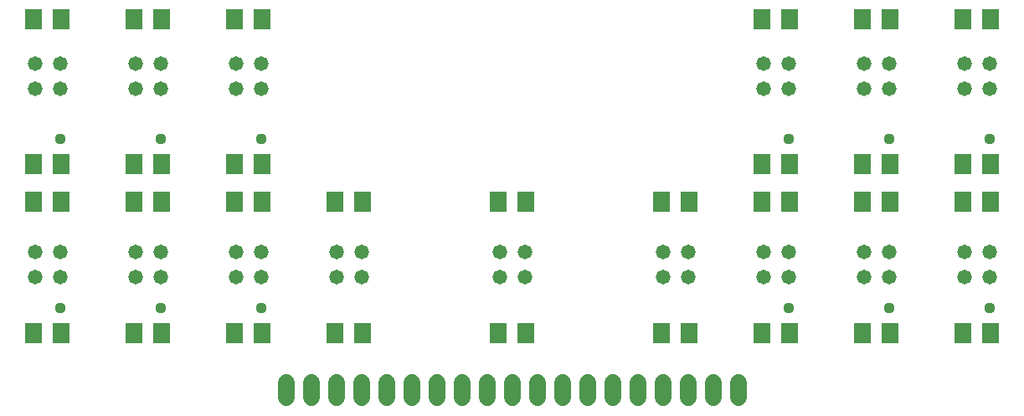
<source format=gbr>
G04 EAGLE Gerber RS-274X export*
G75*
%MOMM*%
%FSLAX34Y34*%
%LPD*%
%INSoldermask Top*%
%IPPOS*%
%AMOC8*
5,1,8,0,0,1.08239X$1,22.5*%
G01*
%ADD10C,1.473200*%
%ADD11R,1.803200X2.006200*%
%ADD12C,1.727200*%
%ADD13C,1.109600*%


D10*
X38100Y336550D03*
X63500Y336550D03*
X63500Y361950D03*
X38100Y361950D03*
X38100Y146050D03*
X63500Y146050D03*
X63500Y171450D03*
X38100Y171450D03*
X139700Y336550D03*
X165100Y336550D03*
X165100Y361950D03*
X139700Y361950D03*
X139700Y146050D03*
X165100Y146050D03*
X165100Y171450D03*
X139700Y171450D03*
X241300Y336550D03*
X266700Y336550D03*
X266700Y361950D03*
X241300Y361950D03*
X241300Y146050D03*
X266700Y146050D03*
X266700Y171450D03*
X241300Y171450D03*
X342900Y146050D03*
X368300Y146050D03*
X368300Y171450D03*
X342900Y171450D03*
X508000Y146050D03*
X533400Y146050D03*
X533400Y171450D03*
X508000Y171450D03*
X673100Y146050D03*
X698500Y146050D03*
X698500Y171450D03*
X673100Y171450D03*
X774700Y146050D03*
X800100Y146050D03*
X800100Y171450D03*
X774700Y171450D03*
X774700Y336550D03*
X800100Y336550D03*
X800100Y361950D03*
X774700Y361950D03*
D11*
X36580Y260350D03*
X65020Y260350D03*
X36580Y406400D03*
X65020Y406400D03*
X36580Y88900D03*
X65020Y88900D03*
X36580Y222250D03*
X65020Y222250D03*
X138180Y260350D03*
X166620Y260350D03*
X138180Y406400D03*
X166620Y406400D03*
X138180Y88900D03*
X166620Y88900D03*
X138180Y222250D03*
X166620Y222250D03*
X239780Y260350D03*
X268220Y260350D03*
X239780Y406400D03*
X268220Y406400D03*
X239780Y88900D03*
X268220Y88900D03*
X239780Y222250D03*
X268220Y222250D03*
X341380Y88900D03*
X369820Y88900D03*
X341380Y222250D03*
X369820Y222250D03*
X506480Y88900D03*
X534920Y88900D03*
X506480Y222250D03*
X534920Y222250D03*
X671580Y88900D03*
X700020Y88900D03*
X671580Y222250D03*
X700020Y222250D03*
X773180Y88900D03*
X801620Y88900D03*
X773180Y222250D03*
X801620Y222250D03*
X773180Y260350D03*
X801620Y260350D03*
X773180Y406400D03*
X801620Y406400D03*
D10*
X876300Y146050D03*
X901700Y146050D03*
X901700Y171450D03*
X876300Y171450D03*
X876300Y336550D03*
X901700Y336550D03*
X901700Y361950D03*
X876300Y361950D03*
X977900Y146050D03*
X1003300Y146050D03*
X1003300Y171450D03*
X977900Y171450D03*
X977900Y336550D03*
X1003300Y336550D03*
X1003300Y361950D03*
X977900Y361950D03*
D11*
X874780Y88900D03*
X903220Y88900D03*
X874780Y222250D03*
X903220Y222250D03*
X874780Y260350D03*
X903220Y260350D03*
X874780Y406400D03*
X903220Y406400D03*
X976380Y88900D03*
X1004820Y88900D03*
X976380Y222250D03*
X1004820Y222250D03*
X976380Y260350D03*
X1004820Y260350D03*
X976380Y406400D03*
X1004820Y406400D03*
D12*
X292100Y39370D02*
X292100Y24130D01*
X317500Y24130D02*
X317500Y39370D01*
X342900Y39370D02*
X342900Y24130D01*
X368300Y24130D02*
X368300Y39370D01*
X393700Y39370D02*
X393700Y24130D01*
X419100Y24130D02*
X419100Y39370D01*
X444500Y39370D02*
X444500Y24130D01*
X469900Y24130D02*
X469900Y39370D01*
X495300Y39370D02*
X495300Y24130D01*
X520700Y24130D02*
X520700Y39370D01*
X546100Y39370D02*
X546100Y24130D01*
X571500Y24130D02*
X571500Y39370D01*
X596900Y39370D02*
X596900Y24130D01*
X622300Y24130D02*
X622300Y39370D01*
X647700Y39370D02*
X647700Y24130D01*
X673100Y24130D02*
X673100Y39370D01*
X698500Y39370D02*
X698500Y24130D01*
X723900Y24130D02*
X723900Y39370D01*
X749300Y39370D02*
X749300Y24130D01*
D13*
X63500Y285750D03*
X63500Y114300D03*
X165100Y285750D03*
X165100Y114300D03*
X266700Y114300D03*
X800100Y114300D03*
X800100Y285750D03*
X266700Y285750D03*
X901700Y114300D03*
X901700Y285750D03*
X1003300Y114300D03*
X1003300Y285750D03*
M02*

</source>
